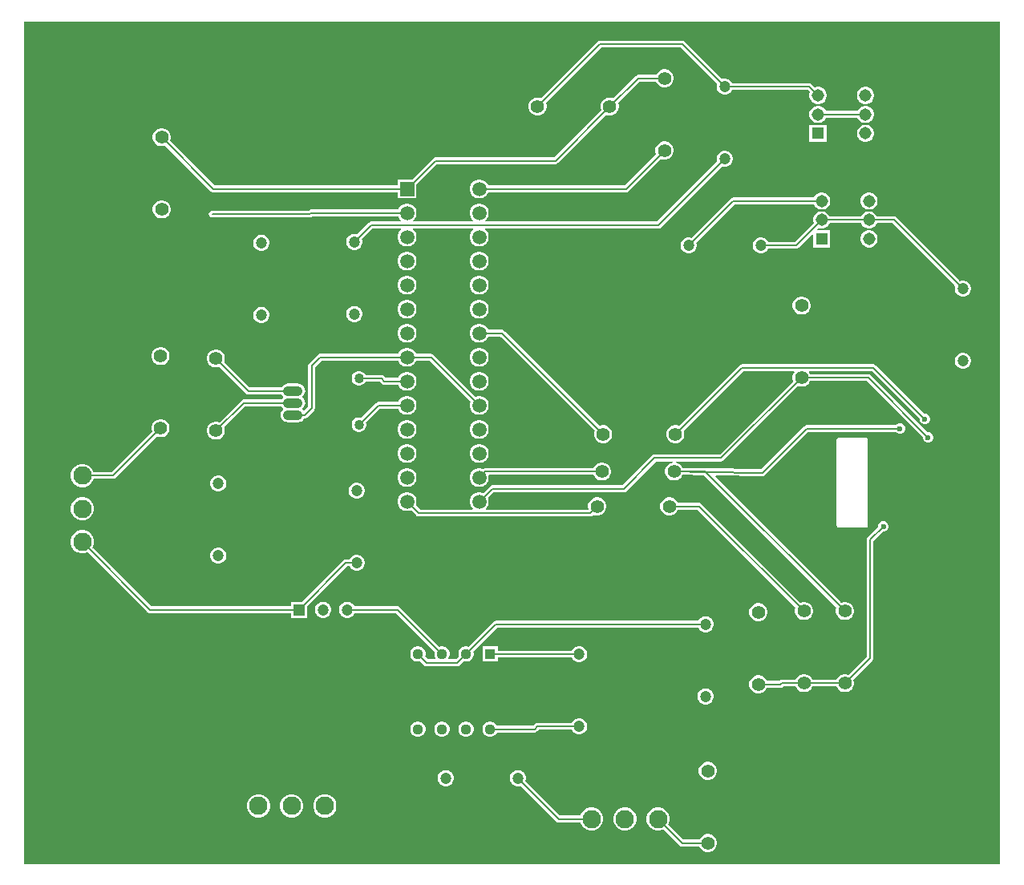
<source format=gbl>
G04*
G04 #@! TF.GenerationSoftware,Altium Limited,Altium Designer,22.1.2 (22)*
G04*
G04 Layer_Physical_Order=2*
G04 Layer_Color=16711680*
%FSLAX43Y43*%
%MOMM*%
G71*
G04*
G04 #@! TF.SameCoordinates,3CF973F3-9CBB-499E-A860-84B5D62188FF*
G04*
G04*
G04 #@! TF.FilePolarity,Positive*
G04*
G01*
G75*
%ADD10C,0.200*%
%ADD40R,1.130X1.130*%
%ADD41C,1.130*%
%ADD42R,1.200X1.200*%
%ADD43C,1.200*%
%ADD44C,1.950*%
%ADD45C,1.400*%
%ADD46C,1.030*%
%ADD47R,1.499X1.499*%
%ADD48C,1.499*%
%ADD49O,2.080X1.040*%
%ADD50C,1.308*%
%ADD51R,1.308X1.308*%
%ADD52C,0.600*%
G36*
X103000Y0D02*
X0D01*
Y89000D01*
X103000D01*
Y0D01*
D02*
G37*
%LPC*%
G36*
X67712Y83932D02*
X67462D01*
X67220Y83867D01*
X67004Y83742D01*
X66827Y83565D01*
X66702Y83349D01*
X66699Y83339D01*
X64792D01*
X64655Y83312D01*
X64540Y83234D01*
X62186Y80880D01*
X62177Y80885D01*
X61935Y80950D01*
X61685D01*
X61443Y80885D01*
X61227Y80760D01*
X61050Y80583D01*
X60925Y80367D01*
X60860Y80125D01*
Y79875D01*
X60925Y79633D01*
X60930Y79624D01*
X55932Y74627D01*
X43381D01*
X43244Y74599D01*
X43128Y74522D01*
X40904Y72297D01*
X39410D01*
Y71655D01*
X20110D01*
X15381Y76383D01*
X15386Y76392D01*
X15451Y76634D01*
Y76884D01*
X15386Y77126D01*
X15261Y77342D01*
X15084Y77519D01*
X14868Y77644D01*
X14626Y77709D01*
X14376D01*
X14134Y77644D01*
X13918Y77519D01*
X13741Y77342D01*
X13616Y77126D01*
X13551Y76884D01*
Y76634D01*
X13616Y76392D01*
X13741Y76176D01*
X13918Y75999D01*
X14134Y75874D01*
X14376Y75809D01*
X14626D01*
X14868Y75874D01*
X14877Y75879D01*
X19710Y71046D01*
X19825Y70968D01*
X19962Y70941D01*
X39410D01*
Y70299D01*
X41408D01*
Y71793D01*
X43529Y73913D01*
X56080D01*
X56216Y73940D01*
X56332Y74017D01*
X61435Y79120D01*
X61443Y79115D01*
X61685Y79050D01*
X61935D01*
X62177Y79115D01*
X62393Y79240D01*
X62570Y79417D01*
X62695Y79633D01*
X62760Y79875D01*
Y80125D01*
X62695Y80367D01*
X62690Y80375D01*
X64940Y82625D01*
X66699D01*
X66702Y82615D01*
X66827Y82399D01*
X67004Y82222D01*
X67220Y82097D01*
X67462Y82032D01*
X67712D01*
X67954Y82097D01*
X68170Y82222D01*
X68347Y82399D01*
X68472Y82615D01*
X68537Y82857D01*
Y83107D01*
X68472Y83349D01*
X68347Y83565D01*
X68170Y83742D01*
X67954Y83867D01*
X67712Y83932D01*
D02*
G37*
G36*
X88915Y82076D02*
X88677D01*
X88447Y82014D01*
X88241Y81895D01*
X88073Y81727D01*
X87954Y81521D01*
X87892Y81291D01*
Y81053D01*
X87954Y80823D01*
X88073Y80617D01*
X88241Y80449D01*
X88447Y80330D01*
X88677Y80268D01*
X88915D01*
X89145Y80330D01*
X89351Y80449D01*
X89519Y80617D01*
X89638Y80823D01*
X89700Y81053D01*
Y81291D01*
X89638Y81521D01*
X89519Y81727D01*
X89351Y81895D01*
X89145Y82014D01*
X88915Y82076D01*
D02*
G37*
G36*
X69441Y86946D02*
X60779D01*
X60642Y86918D01*
X60527Y86841D01*
X54566Y80880D01*
X54557Y80885D01*
X54315Y80950D01*
X54065D01*
X53823Y80885D01*
X53607Y80760D01*
X53430Y80583D01*
X53305Y80367D01*
X53240Y80125D01*
Y79875D01*
X53305Y79633D01*
X53430Y79417D01*
X53607Y79240D01*
X53823Y79115D01*
X54065Y79050D01*
X54315D01*
X54557Y79115D01*
X54773Y79240D01*
X54950Y79417D01*
X55075Y79633D01*
X55140Y79875D01*
Y80125D01*
X55075Y80367D01*
X55070Y80375D01*
X60927Y86232D01*
X69293D01*
X73136Y82389D01*
X73087Y82205D01*
Y81981D01*
X73145Y81765D01*
X73257Y81571D01*
X73415Y81413D01*
X73609Y81301D01*
X73825Y81243D01*
X74049D01*
X74265Y81301D01*
X74459Y81413D01*
X74617Y81571D01*
X74712Y81736D01*
X82727D01*
X82951Y81512D01*
X82892Y81291D01*
Y81053D01*
X82954Y80823D01*
X83073Y80617D01*
X83241Y80449D01*
X83447Y80330D01*
X83677Y80268D01*
X83915D01*
X84145Y80330D01*
X84351Y80449D01*
X84519Y80617D01*
X84638Y80823D01*
X84700Y81053D01*
Y81291D01*
X84638Y81521D01*
X84519Y81727D01*
X84351Y81895D01*
X84145Y82014D01*
X83915Y82076D01*
X83677D01*
X83456Y82017D01*
X83127Y82345D01*
X83012Y82423D01*
X82875Y82450D01*
X74712D01*
X74617Y82615D01*
X74459Y82773D01*
X74265Y82885D01*
X74049Y82943D01*
X73825D01*
X73641Y82894D01*
X69694Y86841D01*
X69578Y86918D01*
X69441Y86946D01*
D02*
G37*
G36*
X88915Y80076D02*
X88677D01*
X88447Y80014D01*
X88241Y79895D01*
X88073Y79727D01*
X87958Y79529D01*
X84634D01*
X84519Y79727D01*
X84351Y79895D01*
X84145Y80014D01*
X83915Y80076D01*
X83677D01*
X83447Y80014D01*
X83241Y79895D01*
X83073Y79727D01*
X82954Y79521D01*
X82892Y79291D01*
Y79053D01*
X82954Y78823D01*
X83073Y78617D01*
X83241Y78449D01*
X83447Y78330D01*
X83677Y78268D01*
X83915D01*
X84145Y78330D01*
X84351Y78449D01*
X84519Y78617D01*
X84634Y78815D01*
X87958D01*
X88073Y78617D01*
X88241Y78449D01*
X88447Y78330D01*
X88677Y78268D01*
X88915D01*
X89145Y78330D01*
X89351Y78449D01*
X89519Y78617D01*
X89638Y78823D01*
X89700Y79053D01*
Y79291D01*
X89638Y79521D01*
X89519Y79727D01*
X89351Y79895D01*
X89145Y80014D01*
X88915Y80076D01*
D02*
G37*
G36*
Y78076D02*
X88677D01*
X88447Y78014D01*
X88241Y77895D01*
X88073Y77727D01*
X87954Y77521D01*
X87892Y77291D01*
Y77053D01*
X87954Y76823D01*
X88073Y76617D01*
X88241Y76449D01*
X88447Y76330D01*
X88677Y76268D01*
X88915D01*
X89145Y76330D01*
X89351Y76449D01*
X89519Y76617D01*
X89638Y76823D01*
X89700Y77053D01*
Y77291D01*
X89638Y77521D01*
X89519Y77727D01*
X89351Y77895D01*
X89145Y78014D01*
X88915Y78076D01*
D02*
G37*
G36*
X84700D02*
X82892D01*
Y76268D01*
X84700D01*
Y78076D01*
D02*
G37*
G36*
X67712Y76312D02*
X67462D01*
X67220Y76247D01*
X67004Y76122D01*
X66827Y75945D01*
X66702Y75729D01*
X66637Y75487D01*
Y75237D01*
X66702Y74995D01*
X66707Y74987D01*
X63375Y71655D01*
X48968D01*
X48960Y71684D01*
X48829Y71912D01*
X48643Y72098D01*
X48415Y72229D01*
X48161Y72297D01*
X47897D01*
X47643Y72229D01*
X47415Y72098D01*
X47229Y71912D01*
X47098Y71684D01*
X47030Y71430D01*
Y71166D01*
X47098Y70912D01*
X47229Y70684D01*
X47415Y70498D01*
X47643Y70367D01*
X47897Y70299D01*
X48161D01*
X48415Y70367D01*
X48643Y70498D01*
X48829Y70684D01*
X48960Y70912D01*
X48968Y70941D01*
X63523D01*
X63660Y70968D01*
X63775Y71046D01*
X67212Y74482D01*
X67220Y74477D01*
X67462Y74412D01*
X67712D01*
X67954Y74477D01*
X68170Y74602D01*
X68347Y74779D01*
X68472Y74995D01*
X68537Y75237D01*
Y75487D01*
X68472Y75729D01*
X68347Y75945D01*
X68170Y76122D01*
X67954Y76247D01*
X67712Y76312D01*
D02*
G37*
G36*
X74049Y75323D02*
X73825D01*
X73609Y75265D01*
X73415Y75153D01*
X73257Y74995D01*
X73145Y74801D01*
X73087Y74585D01*
Y74361D01*
X73136Y74177D01*
X66804Y67845D01*
X48675D01*
X48656Y67972D01*
X48829Y68144D01*
X48960Y68372D01*
X49028Y68626D01*
Y68890D01*
X48960Y69144D01*
X48829Y69372D01*
X48643Y69558D01*
X48415Y69689D01*
X48161Y69757D01*
X47897D01*
X47643Y69689D01*
X47415Y69558D01*
X47229Y69372D01*
X47098Y69144D01*
X47030Y68890D01*
Y68626D01*
X47098Y68372D01*
X47229Y68144D01*
X47402Y67972D01*
X47383Y67845D01*
X41055D01*
X41036Y67972D01*
X41209Y68144D01*
X41340Y68372D01*
X41408Y68626D01*
Y68890D01*
X41340Y69144D01*
X41209Y69372D01*
X41023Y69558D01*
X40795Y69689D01*
X40541Y69757D01*
X40277D01*
X40023Y69689D01*
X39795Y69558D01*
X39609Y69372D01*
X39478Y69144D01*
X39470Y69115D01*
X30249D01*
X30112Y69088D01*
X29997Y69010D01*
X29974Y68988D01*
X19835D01*
X19698Y68961D01*
X19583Y68883D01*
X19505Y68768D01*
X19478Y68631D01*
X19505Y68494D01*
X19583Y68379D01*
X19698Y68301D01*
X19835Y68274D01*
X30122D01*
X30259Y68301D01*
X30374Y68379D01*
X30397Y68401D01*
X39470D01*
X39478Y68372D01*
X39609Y68144D01*
X39782Y67972D01*
X39763Y67845D01*
X36599D01*
X36462Y67818D01*
X36347Y67740D01*
X35117Y66511D01*
X34933Y66560D01*
X34709D01*
X34493Y66502D01*
X34299Y66390D01*
X34141Y66232D01*
X34029Y66038D01*
X33971Y65822D01*
Y65598D01*
X34029Y65382D01*
X34141Y65188D01*
X34299Y65030D01*
X34493Y64918D01*
X34709Y64860D01*
X34933D01*
X35149Y64918D01*
X35343Y65030D01*
X35501Y65188D01*
X35613Y65382D01*
X35671Y65598D01*
Y65822D01*
X35622Y66006D01*
X36747Y67131D01*
X39763D01*
X39782Y67004D01*
X39609Y66832D01*
X39478Y66604D01*
X39410Y66350D01*
Y66086D01*
X39478Y65832D01*
X39609Y65604D01*
X39795Y65418D01*
X40023Y65287D01*
X40277Y65219D01*
X40541D01*
X40795Y65287D01*
X41023Y65418D01*
X41209Y65604D01*
X41340Y65832D01*
X41408Y66086D01*
Y66350D01*
X41340Y66604D01*
X41209Y66832D01*
X41036Y67004D01*
X41055Y67131D01*
X47383D01*
X47402Y67004D01*
X47229Y66832D01*
X47098Y66604D01*
X47030Y66350D01*
Y66086D01*
X47098Y65832D01*
X47229Y65604D01*
X47415Y65418D01*
X47643Y65287D01*
X47897Y65219D01*
X48161D01*
X48415Y65287D01*
X48643Y65418D01*
X48829Y65604D01*
X48960Y65832D01*
X49028Y66086D01*
Y66350D01*
X48960Y66604D01*
X48829Y66832D01*
X48656Y67004D01*
X48675Y67131D01*
X66952D01*
X67089Y67158D01*
X67204Y67236D01*
X73641Y73672D01*
X73825Y73623D01*
X74049D01*
X74265Y73681D01*
X74459Y73793D01*
X74617Y73951D01*
X74729Y74145D01*
X74787Y74361D01*
Y74585D01*
X74729Y74801D01*
X74617Y74995D01*
X74459Y75153D01*
X74265Y75265D01*
X74049Y75323D01*
D02*
G37*
G36*
X89296Y70932D02*
X89058D01*
X88828Y70870D01*
X88622Y70751D01*
X88454Y70583D01*
X88335Y70377D01*
X88273Y70147D01*
Y69909D01*
X88335Y69679D01*
X88454Y69473D01*
X88622Y69305D01*
X88828Y69186D01*
X89058Y69124D01*
X89296D01*
X89526Y69186D01*
X89732Y69305D01*
X89900Y69473D01*
X90019Y69679D01*
X90081Y69909D01*
Y70147D01*
X90019Y70377D01*
X89900Y70583D01*
X89732Y70751D01*
X89526Y70870D01*
X89296Y70932D01*
D02*
G37*
G36*
X84296D02*
X84058D01*
X83828Y70870D01*
X83622Y70751D01*
X83454Y70583D01*
X83339Y70385D01*
X74826D01*
X74689Y70358D01*
X74574Y70280D01*
X70423Y66130D01*
X70239Y66179D01*
X70015D01*
X69799Y66121D01*
X69605Y66009D01*
X69447Y65851D01*
X69335Y65657D01*
X69277Y65441D01*
Y65217D01*
X69335Y65001D01*
X69447Y64807D01*
X69605Y64649D01*
X69799Y64537D01*
X70015Y64479D01*
X70239D01*
X70455Y64537D01*
X70649Y64649D01*
X70807Y64807D01*
X70919Y65001D01*
X70977Y65217D01*
Y65441D01*
X70928Y65625D01*
X74974Y69671D01*
X83339D01*
X83454Y69473D01*
X83622Y69305D01*
X83828Y69186D01*
X84058Y69124D01*
X84296D01*
X84526Y69186D01*
X84732Y69305D01*
X84900Y69473D01*
X85019Y69679D01*
X85081Y69909D01*
Y70147D01*
X85019Y70377D01*
X84900Y70583D01*
X84732Y70751D01*
X84526Y70870D01*
X84296Y70932D01*
D02*
G37*
G36*
X89296Y68932D02*
X89058D01*
X88828Y68870D01*
X88622Y68751D01*
X88454Y68583D01*
X88339Y68385D01*
X85015D01*
X84900Y68583D01*
X84732Y68751D01*
X84526Y68870D01*
X84296Y68932D01*
X84058D01*
X83828Y68870D01*
X83622Y68751D01*
X83454Y68583D01*
X83335Y68377D01*
X83273Y68147D01*
Y67909D01*
X83332Y67688D01*
X81330Y65686D01*
X78522D01*
X78427Y65851D01*
X78269Y66009D01*
X78075Y66121D01*
X77859Y66179D01*
X77635D01*
X77419Y66121D01*
X77225Y66009D01*
X77067Y65851D01*
X76955Y65657D01*
X76897Y65441D01*
Y65217D01*
X76955Y65001D01*
X77067Y64807D01*
X77225Y64649D01*
X77419Y64537D01*
X77635Y64479D01*
X77859D01*
X78075Y64537D01*
X78269Y64649D01*
X78427Y64807D01*
X78522Y64972D01*
X81478D01*
X81615Y64999D01*
X81730Y65077D01*
X83156Y66502D01*
X83273Y66453D01*
Y65124D01*
X85081D01*
Y66932D01*
X83752D01*
X83703Y67049D01*
X83837Y67183D01*
X84058Y67124D01*
X84296D01*
X84526Y67186D01*
X84732Y67305D01*
X84900Y67473D01*
X85015Y67671D01*
X88339D01*
X88454Y67473D01*
X88622Y67305D01*
X88828Y67186D01*
X89058Y67124D01*
X89296D01*
X89526Y67186D01*
X89732Y67305D01*
X89900Y67473D01*
X90015Y67671D01*
X91664D01*
X98282Y61053D01*
X98233Y60869D01*
Y60645D01*
X98291Y60429D01*
X98403Y60235D01*
X98561Y60077D01*
X98755Y59965D01*
X98971Y59907D01*
X99195D01*
X99411Y59965D01*
X99605Y60077D01*
X99763Y60235D01*
X99875Y60429D01*
X99933Y60645D01*
Y60869D01*
X99875Y61085D01*
X99763Y61279D01*
X99605Y61437D01*
X99411Y61549D01*
X99195Y61607D01*
X98971D01*
X98787Y61558D01*
X92064Y68280D01*
X91949Y68358D01*
X91812Y68385D01*
X90015D01*
X89900Y68583D01*
X89732Y68751D01*
X89526Y68870D01*
X89296Y68932D01*
D02*
G37*
G36*
X14626Y70089D02*
X14376D01*
X14134Y70024D01*
X13918Y69899D01*
X13741Y69722D01*
X13616Y69506D01*
X13551Y69264D01*
Y69014D01*
X13616Y68772D01*
X13741Y68556D01*
X13918Y68379D01*
X14134Y68254D01*
X14376Y68189D01*
X14626D01*
X14868Y68254D01*
X15084Y68379D01*
X15261Y68556D01*
X15386Y68772D01*
X15451Y69014D01*
Y69264D01*
X15386Y69506D01*
X15261Y69722D01*
X15084Y69899D01*
X14868Y70024D01*
X14626Y70089D01*
D02*
G37*
G36*
X89296Y66932D02*
X89058D01*
X88828Y66870D01*
X88622Y66751D01*
X88454Y66583D01*
X88335Y66377D01*
X88273Y66147D01*
Y65909D01*
X88335Y65679D01*
X88454Y65473D01*
X88622Y65305D01*
X88828Y65186D01*
X89058Y65124D01*
X89296D01*
X89526Y65186D01*
X89732Y65305D01*
X89900Y65473D01*
X90019Y65679D01*
X90081Y65909D01*
Y66147D01*
X90019Y66377D01*
X89900Y66583D01*
X89732Y66751D01*
X89526Y66870D01*
X89296Y66932D01*
D02*
G37*
G36*
X25112Y66470D02*
X24888D01*
X24672Y66412D01*
X24478Y66300D01*
X24320Y66142D01*
X24208Y65948D01*
X24150Y65732D01*
Y65508D01*
X24208Y65292D01*
X24320Y65098D01*
X24478Y64940D01*
X24672Y64828D01*
X24888Y64770D01*
X25112D01*
X25328Y64828D01*
X25522Y64940D01*
X25680Y65098D01*
X25792Y65292D01*
X25850Y65508D01*
Y65732D01*
X25792Y65948D01*
X25680Y66142D01*
X25522Y66300D01*
X25328Y66412D01*
X25112Y66470D01*
D02*
G37*
G36*
X48161Y64677D02*
X47897D01*
X47643Y64609D01*
X47415Y64478D01*
X47229Y64292D01*
X47098Y64064D01*
X47030Y63810D01*
Y63546D01*
X47098Y63292D01*
X47229Y63064D01*
X47415Y62878D01*
X47643Y62747D01*
X47897Y62679D01*
X48161D01*
X48415Y62747D01*
X48643Y62878D01*
X48829Y63064D01*
X48960Y63292D01*
X49028Y63546D01*
Y63810D01*
X48960Y64064D01*
X48829Y64292D01*
X48643Y64478D01*
X48415Y64609D01*
X48161Y64677D01*
D02*
G37*
G36*
X40541D02*
X40277D01*
X40023Y64609D01*
X39795Y64478D01*
X39609Y64292D01*
X39478Y64064D01*
X39410Y63810D01*
Y63546D01*
X39478Y63292D01*
X39609Y63064D01*
X39795Y62878D01*
X40023Y62747D01*
X40277Y62679D01*
X40541D01*
X40795Y62747D01*
X41023Y62878D01*
X41209Y63064D01*
X41340Y63292D01*
X41408Y63546D01*
Y63810D01*
X41340Y64064D01*
X41209Y64292D01*
X41023Y64478D01*
X40795Y64609D01*
X40541Y64677D01*
D02*
G37*
G36*
X48161Y62137D02*
X47897D01*
X47643Y62069D01*
X47415Y61938D01*
X47229Y61752D01*
X47098Y61524D01*
X47030Y61270D01*
Y61006D01*
X47098Y60752D01*
X47229Y60524D01*
X47415Y60338D01*
X47643Y60207D01*
X47897Y60139D01*
X48161D01*
X48415Y60207D01*
X48643Y60338D01*
X48829Y60524D01*
X48960Y60752D01*
X49028Y61006D01*
Y61270D01*
X48960Y61524D01*
X48829Y61752D01*
X48643Y61938D01*
X48415Y62069D01*
X48161Y62137D01*
D02*
G37*
G36*
X40541D02*
X40277D01*
X40023Y62069D01*
X39795Y61938D01*
X39609Y61752D01*
X39478Y61524D01*
X39410Y61270D01*
Y61006D01*
X39478Y60752D01*
X39609Y60524D01*
X39795Y60338D01*
X40023Y60207D01*
X40277Y60139D01*
X40541D01*
X40795Y60207D01*
X41023Y60338D01*
X41209Y60524D01*
X41340Y60752D01*
X41408Y61006D01*
Y61270D01*
X41340Y61524D01*
X41209Y61752D01*
X41023Y61938D01*
X40795Y62069D01*
X40541Y62137D01*
D02*
G37*
G36*
X82190Y59929D02*
X81940D01*
X81698Y59864D01*
X81482Y59739D01*
X81305Y59562D01*
X81180Y59346D01*
X81115Y59104D01*
Y58854D01*
X81180Y58612D01*
X81305Y58396D01*
X81482Y58219D01*
X81698Y58094D01*
X81940Y58029D01*
X82190D01*
X82432Y58094D01*
X82648Y58219D01*
X82825Y58396D01*
X82950Y58612D01*
X83015Y58854D01*
Y59104D01*
X82950Y59346D01*
X82825Y59562D01*
X82648Y59739D01*
X82432Y59864D01*
X82190Y59929D01*
D02*
G37*
G36*
X48161Y59597D02*
X47897D01*
X47643Y59529D01*
X47415Y59398D01*
X47229Y59212D01*
X47098Y58984D01*
X47030Y58730D01*
Y58466D01*
X47098Y58212D01*
X47229Y57984D01*
X47415Y57798D01*
X47643Y57667D01*
X47897Y57599D01*
X48161D01*
X48415Y57667D01*
X48643Y57798D01*
X48829Y57984D01*
X48960Y58212D01*
X49028Y58466D01*
Y58730D01*
X48960Y58984D01*
X48829Y59212D01*
X48643Y59398D01*
X48415Y59529D01*
X48161Y59597D01*
D02*
G37*
G36*
X40541D02*
X40277D01*
X40023Y59529D01*
X39795Y59398D01*
X39609Y59212D01*
X39478Y58984D01*
X39410Y58730D01*
Y58466D01*
X39478Y58212D01*
X39609Y57984D01*
X39795Y57798D01*
X40023Y57667D01*
X40277Y57599D01*
X40541D01*
X40795Y57667D01*
X41023Y57798D01*
X41209Y57984D01*
X41340Y58212D01*
X41408Y58466D01*
Y58730D01*
X41340Y58984D01*
X41209Y59212D01*
X41023Y59398D01*
X40795Y59529D01*
X40541Y59597D01*
D02*
G37*
G36*
X34933Y58940D02*
X34709D01*
X34493Y58882D01*
X34299Y58770D01*
X34141Y58612D01*
X34029Y58418D01*
X33971Y58202D01*
Y57978D01*
X34029Y57762D01*
X34141Y57568D01*
X34299Y57410D01*
X34493Y57298D01*
X34709Y57240D01*
X34933D01*
X35149Y57298D01*
X35343Y57410D01*
X35501Y57568D01*
X35613Y57762D01*
X35671Y57978D01*
Y58202D01*
X35613Y58418D01*
X35501Y58612D01*
X35343Y58770D01*
X35149Y58882D01*
X34933Y58940D01*
D02*
G37*
G36*
X25112Y58850D02*
X24888D01*
X24672Y58792D01*
X24478Y58680D01*
X24320Y58522D01*
X24208Y58328D01*
X24150Y58112D01*
Y57888D01*
X24208Y57672D01*
X24320Y57478D01*
X24478Y57320D01*
X24672Y57208D01*
X24888Y57150D01*
X25112D01*
X25328Y57208D01*
X25522Y57320D01*
X25680Y57478D01*
X25792Y57672D01*
X25850Y57888D01*
Y58112D01*
X25792Y58328D01*
X25680Y58522D01*
X25522Y58680D01*
X25328Y58792D01*
X25112Y58850D01*
D02*
G37*
G36*
X40541Y57057D02*
X40277D01*
X40023Y56989D01*
X39795Y56858D01*
X39609Y56672D01*
X39478Y56444D01*
X39410Y56190D01*
Y55926D01*
X39478Y55672D01*
X39609Y55444D01*
X39795Y55258D01*
X40023Y55127D01*
X40277Y55059D01*
X40541D01*
X40795Y55127D01*
X41023Y55258D01*
X41209Y55444D01*
X41340Y55672D01*
X41408Y55926D01*
Y56190D01*
X41340Y56444D01*
X41209Y56672D01*
X41023Y56858D01*
X40795Y56989D01*
X40541Y57057D01*
D02*
G37*
G36*
X14499Y54595D02*
X14249D01*
X14007Y54530D01*
X13791Y54405D01*
X13614Y54228D01*
X13489Y54012D01*
X13424Y53770D01*
Y53520D01*
X13489Y53278D01*
X13614Y53062D01*
X13791Y52885D01*
X14007Y52760D01*
X14249Y52695D01*
X14499D01*
X14741Y52760D01*
X14957Y52885D01*
X15134Y53062D01*
X15259Y53278D01*
X15324Y53520D01*
Y53770D01*
X15259Y54012D01*
X15134Y54228D01*
X14957Y54405D01*
X14741Y54530D01*
X14499Y54595D01*
D02*
G37*
G36*
X48161Y54517D02*
X47897D01*
X47643Y54449D01*
X47415Y54318D01*
X47229Y54132D01*
X47098Y53904D01*
X47030Y53650D01*
Y53386D01*
X47098Y53132D01*
X47229Y52904D01*
X47415Y52718D01*
X47643Y52587D01*
X47897Y52519D01*
X48161D01*
X48415Y52587D01*
X48643Y52718D01*
X48829Y52904D01*
X48960Y53132D01*
X49028Y53386D01*
Y53650D01*
X48960Y53904D01*
X48829Y54132D01*
X48643Y54318D01*
X48415Y54449D01*
X48161Y54517D01*
D02*
G37*
G36*
X99195Y53987D02*
X98971D01*
X98755Y53929D01*
X98561Y53817D01*
X98403Y53659D01*
X98291Y53465D01*
X98233Y53249D01*
Y53025D01*
X98291Y52809D01*
X98403Y52615D01*
X98561Y52457D01*
X98755Y52345D01*
X98971Y52287D01*
X99195D01*
X99411Y52345D01*
X99605Y52457D01*
X99763Y52615D01*
X99875Y52809D01*
X99933Y53025D01*
Y53249D01*
X99875Y53465D01*
X99763Y53659D01*
X99605Y53817D01*
X99411Y53929D01*
X99195Y53987D01*
D02*
G37*
G36*
X48161Y51977D02*
X47897D01*
X47643Y51909D01*
X47415Y51778D01*
X47229Y51592D01*
X47098Y51364D01*
X47030Y51110D01*
Y50846D01*
X47098Y50592D01*
X47229Y50364D01*
X47415Y50178D01*
X47643Y50047D01*
X47897Y49979D01*
X48161D01*
X48415Y50047D01*
X48643Y50178D01*
X48829Y50364D01*
X48960Y50592D01*
X49028Y50846D01*
Y51110D01*
X48960Y51364D01*
X48829Y51592D01*
X48643Y51778D01*
X48415Y51909D01*
X48161Y51977D01*
D02*
G37*
G36*
X35430Y52051D02*
X35228D01*
X35034Y51999D01*
X34859Y51898D01*
X34717Y51756D01*
X34616Y51581D01*
X34564Y51387D01*
Y51185D01*
X34616Y50991D01*
X34717Y50816D01*
X34859Y50674D01*
X35034Y50573D01*
X35228Y50521D01*
X35430D01*
X35624Y50573D01*
X35799Y50674D01*
X35941Y50816D01*
X36006Y50929D01*
X37543D01*
X37747Y50726D01*
X37863Y50648D01*
X37999Y50621D01*
X39470D01*
X39478Y50592D01*
X39609Y50364D01*
X39795Y50178D01*
X40023Y50047D01*
X40277Y49979D01*
X40541D01*
X40795Y50047D01*
X41023Y50178D01*
X41209Y50364D01*
X41340Y50592D01*
X41408Y50846D01*
Y51110D01*
X41340Y51364D01*
X41209Y51592D01*
X41023Y51778D01*
X40795Y51909D01*
X40541Y51977D01*
X40277D01*
X40023Y51909D01*
X39795Y51778D01*
X39609Y51592D01*
X39478Y51364D01*
X39470Y51335D01*
X38147D01*
X37944Y51538D01*
X37828Y51616D01*
X37691Y51643D01*
X36006D01*
X35941Y51756D01*
X35799Y51898D01*
X35624Y51999D01*
X35430Y52051D01*
D02*
G37*
G36*
X40541Y54517D02*
X40277D01*
X40023Y54449D01*
X39795Y54318D01*
X39609Y54132D01*
X39478Y53904D01*
X39470Y53875D01*
X31189D01*
X31052Y53848D01*
X30936Y53770D01*
X30073Y52907D01*
X29996Y52791D01*
X29968Y52654D01*
Y48332D01*
X29566Y47929D01*
X29439Y47938D01*
X29413Y47971D01*
X29384Y47993D01*
Y48120D01*
X29413Y48143D01*
X29537Y48304D01*
X29614Y48491D01*
X29641Y48692D01*
X29614Y48893D01*
X29537Y49080D01*
X29413Y49241D01*
X29384Y49264D01*
Y49390D01*
X29413Y49413D01*
X29537Y49574D01*
X29614Y49761D01*
X29641Y49962D01*
X29614Y50163D01*
X29537Y50350D01*
X29413Y50511D01*
X29252Y50635D01*
X29065Y50712D01*
X28864Y50739D01*
X27824D01*
X27623Y50712D01*
X27436Y50635D01*
X27275Y50511D01*
X27151Y50350D01*
X27138Y50319D01*
X23793D01*
X21096Y53015D01*
X21101Y53024D01*
X21166Y53266D01*
Y53516D01*
X21101Y53758D01*
X20976Y53974D01*
X20799Y54151D01*
X20583Y54276D01*
X20341Y54341D01*
X20091D01*
X19849Y54276D01*
X19633Y54151D01*
X19456Y53974D01*
X19331Y53758D01*
X19266Y53516D01*
Y53266D01*
X19331Y53024D01*
X19456Y52808D01*
X19633Y52631D01*
X19849Y52506D01*
X20091Y52441D01*
X20341D01*
X20583Y52506D01*
X20591Y52511D01*
X23393Y49710D01*
X23508Y49632D01*
X23645Y49605D01*
X27138D01*
X27151Y49574D01*
X27275Y49413D01*
X27304Y49390D01*
Y49264D01*
X27275Y49241D01*
X27151Y49080D01*
X27138Y49049D01*
X23137D01*
X23000Y49022D01*
X22885Y48944D01*
X20591Y46651D01*
X20583Y46656D01*
X20341Y46721D01*
X20091D01*
X19849Y46656D01*
X19633Y46531D01*
X19456Y46354D01*
X19331Y46138D01*
X19266Y45896D01*
Y45646D01*
X19331Y45404D01*
X19456Y45188D01*
X19633Y45011D01*
X19849Y44886D01*
X20091Y44821D01*
X20341D01*
X20583Y44886D01*
X20799Y45011D01*
X20976Y45188D01*
X21101Y45404D01*
X21166Y45646D01*
Y45896D01*
X21101Y46138D01*
X21096Y46146D01*
X23285Y48335D01*
X27138D01*
X27151Y48304D01*
X27275Y48143D01*
X27304Y48120D01*
Y47993D01*
X27275Y47971D01*
X27151Y47810D01*
X27074Y47623D01*
X27047Y47422D01*
X27074Y47221D01*
X27151Y47034D01*
X27275Y46873D01*
X27436Y46749D01*
X27623Y46672D01*
X27824Y46645D01*
X28864D01*
X29065Y46672D01*
X29252Y46749D01*
X29413Y46873D01*
X29537Y47034D01*
X29550Y47065D01*
X29563D01*
X29700Y47092D01*
X29816Y47170D01*
X30578Y47932D01*
X30655Y48047D01*
X30682Y48184D01*
Y52507D01*
X31337Y53161D01*
X39470D01*
X39478Y53132D01*
X39609Y52904D01*
X39795Y52718D01*
X40023Y52587D01*
X40277Y52519D01*
X40541D01*
X40795Y52587D01*
X41023Y52718D01*
X41209Y52904D01*
X41340Y53132D01*
X41348Y53161D01*
X42801D01*
X47113Y48850D01*
X47098Y48824D01*
X47030Y48570D01*
Y48306D01*
X47098Y48052D01*
X47229Y47824D01*
X47415Y47638D01*
X47643Y47507D01*
X47897Y47439D01*
X48161D01*
X48415Y47507D01*
X48643Y47638D01*
X48829Y47824D01*
X48960Y48052D01*
X49028Y48306D01*
Y48570D01*
X48960Y48824D01*
X48829Y49052D01*
X48643Y49238D01*
X48415Y49369D01*
X48161Y49437D01*
X47897D01*
X47643Y49369D01*
X47617Y49354D01*
X43201Y53770D01*
X43086Y53848D01*
X42949Y53875D01*
X41348D01*
X41340Y53904D01*
X41209Y54132D01*
X41023Y54318D01*
X40795Y54449D01*
X40541Y54517D01*
D02*
G37*
G36*
Y49437D02*
X40277D01*
X40023Y49369D01*
X39795Y49238D01*
X39609Y49052D01*
X39478Y48824D01*
X39470Y48795D01*
X37361D01*
X37224Y48768D01*
X37109Y48690D01*
X35556Y47137D01*
X35430Y47171D01*
X35228D01*
X35034Y47119D01*
X34859Y47018D01*
X34717Y46876D01*
X34616Y46701D01*
X34564Y46507D01*
Y46305D01*
X34616Y46111D01*
X34717Y45936D01*
X34859Y45794D01*
X35034Y45693D01*
X35228Y45641D01*
X35430D01*
X35624Y45693D01*
X35799Y45794D01*
X35941Y45936D01*
X36042Y46111D01*
X36094Y46305D01*
Y46507D01*
X36060Y46633D01*
X37509Y48081D01*
X39470D01*
X39478Y48052D01*
X39609Y47824D01*
X39795Y47638D01*
X40023Y47507D01*
X40277Y47439D01*
X40541D01*
X40795Y47507D01*
X41023Y47638D01*
X41209Y47824D01*
X41340Y48052D01*
X41408Y48306D01*
Y48570D01*
X41340Y48824D01*
X41209Y49052D01*
X41023Y49238D01*
X40795Y49369D01*
X40541Y49437D01*
D02*
G37*
G36*
X89634Y52783D02*
X75766D01*
X75629Y52755D01*
X75513Y52678D01*
X69105Y46270D01*
X69097Y46275D01*
X68855Y46340D01*
X68605D01*
X68363Y46275D01*
X68147Y46150D01*
X67970Y45973D01*
X67845Y45757D01*
X67780Y45515D01*
Y45265D01*
X67845Y45023D01*
X67970Y44807D01*
X68147Y44630D01*
X68363Y44505D01*
X68605Y44440D01*
X68855D01*
X69097Y44505D01*
X69313Y44630D01*
X69490Y44807D01*
X69615Y45023D01*
X69680Y45265D01*
Y45515D01*
X69615Y45757D01*
X69610Y45765D01*
X75914Y52069D01*
X81266D01*
X81314Y51952D01*
X81305Y51942D01*
X81180Y51726D01*
X81115Y51484D01*
Y51234D01*
X81180Y50992D01*
X81185Y50984D01*
X73434Y43232D01*
X66546D01*
X66409Y43205D01*
X66293Y43128D01*
X63147Y39981D01*
X49375D01*
X49239Y39954D01*
X49123Y39877D01*
X48441Y39194D01*
X48415Y39209D01*
X48161Y39277D01*
X47897D01*
X47643Y39209D01*
X47415Y39078D01*
X47229Y38892D01*
X47098Y38664D01*
X47030Y38410D01*
Y38146D01*
X47098Y37892D01*
X47229Y37664D01*
X47351Y37543D01*
X47299Y37416D01*
X41776D01*
X41325Y37866D01*
X41340Y37892D01*
X41408Y38146D01*
Y38410D01*
X41340Y38664D01*
X41209Y38892D01*
X41023Y39078D01*
X40795Y39209D01*
X40541Y39277D01*
X40277D01*
X40023Y39209D01*
X39795Y39078D01*
X39609Y38892D01*
X39478Y38664D01*
X39410Y38410D01*
Y38146D01*
X39478Y37892D01*
X39609Y37664D01*
X39795Y37478D01*
X40023Y37347D01*
X40277Y37279D01*
X40541D01*
X40795Y37347D01*
X40821Y37362D01*
X41376Y36806D01*
X41492Y36729D01*
X41628Y36702D01*
X59764D01*
X59900Y36729D01*
X60016Y36806D01*
X60099Y36890D01*
X60108Y36885D01*
X60350Y36820D01*
X60600D01*
X60842Y36885D01*
X61058Y37010D01*
X61235Y37187D01*
X61360Y37403D01*
X61425Y37645D01*
Y37895D01*
X61360Y38137D01*
X61235Y38353D01*
X61058Y38530D01*
X60842Y38655D01*
X60600Y38720D01*
X60350D01*
X60108Y38655D01*
X59892Y38530D01*
X59715Y38353D01*
X59590Y38137D01*
X59525Y37895D01*
Y37645D01*
X59559Y37516D01*
X59482Y37416D01*
X48759D01*
X48707Y37543D01*
X48829Y37664D01*
X48960Y37892D01*
X49028Y38146D01*
Y38410D01*
X48960Y38664D01*
X48945Y38690D01*
X49523Y39267D01*
X63294D01*
X63431Y39295D01*
X63547Y39372D01*
X66693Y42519D01*
X68418D01*
X68435Y42392D01*
X68236Y42338D01*
X68020Y42213D01*
X67843Y42036D01*
X67718Y41820D01*
X67653Y41578D01*
Y41328D01*
X67718Y41086D01*
X67843Y40870D01*
X68020Y40693D01*
X68236Y40568D01*
X68478Y40503D01*
X68728D01*
X68970Y40568D01*
X69186Y40693D01*
X69363Y40870D01*
X69487Y41084D01*
X71801Y41053D01*
X85757Y27097D01*
X85752Y27088D01*
X85687Y26846D01*
Y26596D01*
X85752Y26354D01*
X85877Y26138D01*
X86054Y25961D01*
X86270Y25836D01*
X86512Y25771D01*
X86762D01*
X87004Y25836D01*
X87220Y25961D01*
X87397Y26138D01*
X87522Y26354D01*
X87587Y26596D01*
Y26846D01*
X87522Y27088D01*
X87397Y27304D01*
X87220Y27481D01*
X87004Y27606D01*
X86762Y27671D01*
X86512D01*
X86270Y27606D01*
X86261Y27601D01*
X72943Y40919D01*
X72993Y41036D01*
X77920Y40969D01*
X77922Y40970D01*
X77925Y40969D01*
X77991Y40982D01*
X78057Y40994D01*
X78059Y40996D01*
X78061Y40996D01*
X78117Y41034D01*
X78174Y41070D01*
X78175Y41072D01*
X78177Y41074D01*
X82721Y45617D01*
X92033D01*
X92142Y45508D01*
X92344Y45424D01*
X92563D01*
X92765Y45508D01*
X92920Y45663D01*
X93004Y45865D01*
Y46084D01*
X92920Y46286D01*
X92765Y46440D01*
X92563Y46524D01*
X92344D01*
X92142Y46440D01*
X92033Y46331D01*
X82573D01*
X82436Y46304D01*
X82321Y46227D01*
X77779Y41685D01*
X72072Y41763D01*
X72042Y41783D01*
X71905Y41810D01*
X69491D01*
X69488Y41820D01*
X69363Y42036D01*
X69186Y42213D01*
X68970Y42338D01*
X68771Y42392D01*
X68788Y42519D01*
X73581D01*
X73718Y42546D01*
X73834Y42623D01*
X81689Y50479D01*
X81698Y50474D01*
X81940Y50409D01*
X82190D01*
X82432Y50474D01*
X82648Y50599D01*
X82825Y50776D01*
X82950Y50992D01*
X82953Y51002D01*
X88953D01*
X94875Y45080D01*
Y44925D01*
X94959Y44723D01*
X95114Y44568D01*
X95316Y44484D01*
X95535D01*
X95737Y44568D01*
X95892Y44723D01*
X95975Y44925D01*
Y45144D01*
X95892Y45346D01*
X95737Y45501D01*
X95535Y45584D01*
X95380D01*
X89353Y51611D01*
X89237Y51689D01*
X89101Y51716D01*
X82953D01*
X82950Y51726D01*
X82825Y51942D01*
X82816Y51952D01*
X82864Y52069D01*
X89486D01*
X94533Y47023D01*
Y46868D01*
X94616Y46666D01*
X94771Y46511D01*
X94973Y46428D01*
X95192D01*
X95394Y46511D01*
X95549Y46666D01*
X95632Y46868D01*
Y47087D01*
X95549Y47289D01*
X95394Y47444D01*
X95192Y47528D01*
X95037D01*
X89887Y52678D01*
X89771Y52755D01*
X89634Y52783D01*
D02*
G37*
G36*
X14499Y46975D02*
X14249D01*
X14007Y46910D01*
X13791Y46785D01*
X13614Y46608D01*
X13489Y46392D01*
X13424Y46150D01*
Y45900D01*
X13489Y45658D01*
X13494Y45650D01*
X9217Y41373D01*
X7292D01*
X7261Y41489D01*
X7099Y41768D01*
X6871Y41996D01*
X6592Y42158D01*
X6280Y42241D01*
X5958D01*
X5646Y42158D01*
X5367Y41996D01*
X5139Y41768D01*
X4977Y41489D01*
X4894Y41177D01*
Y40855D01*
X4977Y40543D01*
X5139Y40264D01*
X5367Y40036D01*
X5646Y39875D01*
X5958Y39791D01*
X6280D01*
X6592Y39875D01*
X6871Y40036D01*
X7099Y40264D01*
X7261Y40543D01*
X7292Y40659D01*
X9365D01*
X9502Y40686D01*
X9617Y40764D01*
X13998Y45145D01*
X14007Y45140D01*
X14249Y45075D01*
X14499D01*
X14741Y45140D01*
X14957Y45265D01*
X15134Y45442D01*
X15259Y45658D01*
X15324Y45900D01*
Y46150D01*
X15259Y46392D01*
X15134Y46608D01*
X14957Y46785D01*
X14741Y46910D01*
X14499Y46975D01*
D02*
G37*
G36*
X48161Y46897D02*
X47897D01*
X47643Y46829D01*
X47415Y46698D01*
X47229Y46512D01*
X47098Y46284D01*
X47030Y46030D01*
Y45766D01*
X47098Y45512D01*
X47229Y45284D01*
X47415Y45098D01*
X47643Y44967D01*
X47897Y44899D01*
X48161D01*
X48415Y44967D01*
X48643Y45098D01*
X48829Y45284D01*
X48960Y45512D01*
X49028Y45766D01*
Y46030D01*
X48960Y46284D01*
X48829Y46512D01*
X48643Y46698D01*
X48415Y46829D01*
X48161Y46897D01*
D02*
G37*
G36*
X40541D02*
X40277D01*
X40023Y46829D01*
X39795Y46698D01*
X39609Y46512D01*
X39478Y46284D01*
X39410Y46030D01*
Y45766D01*
X39478Y45512D01*
X39609Y45284D01*
X39795Y45098D01*
X40023Y44967D01*
X40277Y44899D01*
X40541D01*
X40795Y44967D01*
X41023Y45098D01*
X41209Y45284D01*
X41340Y45512D01*
X41408Y45766D01*
Y46030D01*
X41340Y46284D01*
X41209Y46512D01*
X41023Y46698D01*
X40795Y46829D01*
X40541Y46897D01*
D02*
G37*
G36*
X48161Y57057D02*
X47897D01*
X47643Y56989D01*
X47415Y56858D01*
X47229Y56672D01*
X47098Y56444D01*
X47030Y56190D01*
Y55926D01*
X47098Y55672D01*
X47229Y55444D01*
X47415Y55258D01*
X47643Y55127D01*
X47897Y55059D01*
X48161D01*
X48415Y55127D01*
X48643Y55258D01*
X48829Y55444D01*
X48960Y55672D01*
X48968Y55701D01*
X50294D01*
X60230Y45765D01*
X60225Y45757D01*
X60160Y45515D01*
Y45265D01*
X60225Y45023D01*
X60350Y44807D01*
X60527Y44630D01*
X60743Y44505D01*
X60985Y44440D01*
X61235D01*
X61477Y44505D01*
X61693Y44630D01*
X61870Y44807D01*
X61995Y45023D01*
X62060Y45265D01*
Y45515D01*
X61995Y45757D01*
X61870Y45973D01*
X61693Y46150D01*
X61477Y46275D01*
X61235Y46340D01*
X60985D01*
X60743Y46275D01*
X60735Y46270D01*
X50694Y56310D01*
X50579Y56388D01*
X50442Y56415D01*
X48968D01*
X48960Y56444D01*
X48829Y56672D01*
X48643Y56858D01*
X48415Y56989D01*
X48161Y57057D01*
D02*
G37*
G36*
Y44357D02*
X47897D01*
X47643Y44289D01*
X47415Y44158D01*
X47229Y43972D01*
X47098Y43744D01*
X47030Y43490D01*
Y43226D01*
X47098Y42972D01*
X47229Y42744D01*
X47415Y42558D01*
X47643Y42427D01*
X47897Y42359D01*
X48161D01*
X48415Y42427D01*
X48643Y42558D01*
X48829Y42744D01*
X48960Y42972D01*
X49028Y43226D01*
Y43490D01*
X48960Y43744D01*
X48829Y43972D01*
X48643Y44158D01*
X48415Y44289D01*
X48161Y44357D01*
D02*
G37*
G36*
X40541D02*
X40277D01*
X40023Y44289D01*
X39795Y44158D01*
X39609Y43972D01*
X39478Y43744D01*
X39410Y43490D01*
Y43226D01*
X39478Y42972D01*
X39609Y42744D01*
X39795Y42558D01*
X40023Y42427D01*
X40277Y42359D01*
X40541D01*
X40795Y42427D01*
X41023Y42558D01*
X41209Y42744D01*
X41340Y42972D01*
X41408Y43226D01*
Y43490D01*
X41340Y43744D01*
X41209Y43972D01*
X41023Y44158D01*
X40795Y44289D01*
X40541Y44357D01*
D02*
G37*
G36*
X61108Y42403D02*
X60858D01*
X60616Y42338D01*
X60400Y42213D01*
X60223Y42036D01*
X60098Y41820D01*
X60095Y41810D01*
X48664D01*
X48527Y41783D01*
X48448Y41730D01*
X48415Y41749D01*
X48161Y41817D01*
X47897D01*
X47643Y41749D01*
X47415Y41618D01*
X47229Y41432D01*
X47098Y41204D01*
X47030Y40950D01*
Y40686D01*
X47098Y40432D01*
X47229Y40204D01*
X47415Y40018D01*
X47643Y39887D01*
X47897Y39819D01*
X48161D01*
X48415Y39887D01*
X48643Y40018D01*
X48829Y40204D01*
X48960Y40432D01*
X49028Y40686D01*
Y40950D01*
X49016Y40995D01*
X49093Y41096D01*
X60095D01*
X60098Y41086D01*
X60223Y40870D01*
X60400Y40693D01*
X60616Y40568D01*
X60858Y40503D01*
X61108D01*
X61350Y40568D01*
X61566Y40693D01*
X61743Y40870D01*
X61868Y41086D01*
X61933Y41328D01*
Y41578D01*
X61868Y41820D01*
X61743Y42036D01*
X61566Y42213D01*
X61350Y42338D01*
X61108Y42403D01*
D02*
G37*
G36*
X40541Y41817D02*
X40277D01*
X40023Y41749D01*
X39795Y41618D01*
X39609Y41432D01*
X39478Y41204D01*
X39410Y40950D01*
Y40686D01*
X39478Y40432D01*
X39609Y40204D01*
X39795Y40018D01*
X40023Y39887D01*
X40277Y39819D01*
X40541D01*
X40795Y39887D01*
X41023Y40018D01*
X41209Y40204D01*
X41340Y40432D01*
X41408Y40686D01*
Y40950D01*
X41340Y41204D01*
X41209Y41432D01*
X41023Y41618D01*
X40795Y41749D01*
X40541Y41817D01*
D02*
G37*
G36*
X20582Y41033D02*
X20358D01*
X20142Y40975D01*
X19948Y40863D01*
X19790Y40705D01*
X19678Y40511D01*
X19620Y40295D01*
Y40071D01*
X19678Y39855D01*
X19790Y39661D01*
X19948Y39503D01*
X20142Y39391D01*
X20358Y39333D01*
X20582D01*
X20798Y39391D01*
X20992Y39503D01*
X21150Y39661D01*
X21262Y39855D01*
X21320Y40071D01*
Y40295D01*
X21262Y40511D01*
X21150Y40705D01*
X20992Y40863D01*
X20798Y40975D01*
X20582Y41033D01*
D02*
G37*
G36*
X35187Y40271D02*
X34963D01*
X34747Y40213D01*
X34553Y40101D01*
X34395Y39943D01*
X34283Y39749D01*
X34225Y39533D01*
Y39309D01*
X34283Y39093D01*
X34395Y38899D01*
X34553Y38741D01*
X34747Y38629D01*
X34963Y38571D01*
X35187D01*
X35403Y38629D01*
X35597Y38741D01*
X35755Y38899D01*
X35867Y39093D01*
X35925Y39309D01*
Y39533D01*
X35867Y39749D01*
X35755Y39943D01*
X35597Y40101D01*
X35403Y40213D01*
X35187Y40271D01*
D02*
G37*
G36*
X6280Y38741D02*
X5958D01*
X5646Y38658D01*
X5367Y38496D01*
X5139Y38268D01*
X4977Y37989D01*
X4894Y37677D01*
Y37355D01*
X4977Y37043D01*
X5139Y36764D01*
X5367Y36536D01*
X5646Y36374D01*
X5958Y36291D01*
X6280D01*
X6592Y36374D01*
X6871Y36536D01*
X7099Y36764D01*
X7261Y37043D01*
X7344Y37355D01*
Y37677D01*
X7261Y37989D01*
X7099Y38268D01*
X6871Y38496D01*
X6592Y38658D01*
X6280Y38741D01*
D02*
G37*
G36*
X88816Y45050D02*
X86019D01*
X85921Y45030D01*
X85839Y44975D01*
X85784Y44893D01*
X85764Y44795D01*
Y35790D01*
X85784Y35693D01*
X85839Y35610D01*
X85921Y35555D01*
X86019Y35535D01*
X88816D01*
X88914Y35555D01*
X88996Y35610D01*
X89052Y35693D01*
X89071Y35790D01*
Y44795D01*
X89052Y44893D01*
X88996Y44975D01*
X88914Y45030D01*
X88816Y45050D01*
D02*
G37*
G36*
X20582Y33413D02*
X20358D01*
X20142Y33355D01*
X19948Y33243D01*
X19790Y33085D01*
X19678Y32891D01*
X19620Y32675D01*
Y32451D01*
X19678Y32235D01*
X19790Y32041D01*
X19948Y31883D01*
X20142Y31771D01*
X20358Y31713D01*
X20582D01*
X20798Y31771D01*
X20992Y31883D01*
X21150Y32041D01*
X21262Y32235D01*
X21320Y32451D01*
Y32675D01*
X21262Y32891D01*
X21150Y33085D01*
X20992Y33243D01*
X20798Y33355D01*
X20582Y33413D01*
D02*
G37*
G36*
X6280Y35241D02*
X5958D01*
X5646Y35158D01*
X5367Y34996D01*
X5139Y34768D01*
X4977Y34489D01*
X4894Y34177D01*
Y33855D01*
X4977Y33543D01*
X5139Y33264D01*
X5367Y33036D01*
X5646Y32874D01*
X5958Y32791D01*
X6280D01*
X6592Y32874D01*
X6696Y32935D01*
X13035Y26596D01*
X13150Y26518D01*
X13287Y26491D01*
X28129D01*
Y25998D01*
X29829D01*
Y27193D01*
X34080Y31444D01*
X34300D01*
X34395Y31279D01*
X34553Y31121D01*
X34747Y31009D01*
X34963Y30951D01*
X35187D01*
X35403Y31009D01*
X35597Y31121D01*
X35755Y31279D01*
X35867Y31473D01*
X35925Y31689D01*
Y31913D01*
X35867Y32129D01*
X35755Y32323D01*
X35597Y32481D01*
X35403Y32593D01*
X35187Y32651D01*
X34963D01*
X34747Y32593D01*
X34553Y32481D01*
X34395Y32323D01*
X34300Y32158D01*
X33932D01*
X33795Y32131D01*
X33680Y32053D01*
X29324Y27698D01*
X28129D01*
Y27205D01*
X13435D01*
X7200Y33439D01*
X7261Y33543D01*
X7344Y33855D01*
Y34177D01*
X7261Y34489D01*
X7099Y34768D01*
X6871Y34996D01*
X6592Y35158D01*
X6280Y35241D01*
D02*
G37*
G36*
X31631Y27698D02*
X31407D01*
X31191Y27640D01*
X30997Y27528D01*
X30839Y27370D01*
X30727Y27176D01*
X30669Y26960D01*
Y26736D01*
X30727Y26520D01*
X30839Y26326D01*
X30997Y26168D01*
X31191Y26056D01*
X31407Y25998D01*
X31631D01*
X31847Y26056D01*
X32041Y26168D01*
X32199Y26326D01*
X32311Y26520D01*
X32369Y26736D01*
Y26960D01*
X32311Y27176D01*
X32199Y27370D01*
X32041Y27528D01*
X31847Y27640D01*
X31631Y27698D01*
D02*
G37*
G36*
X68220Y38720D02*
X67970D01*
X67728Y38655D01*
X67512Y38530D01*
X67335Y38353D01*
X67210Y38137D01*
X67145Y37895D01*
Y37645D01*
X67210Y37403D01*
X67335Y37187D01*
X67512Y37010D01*
X67728Y36885D01*
X67970Y36820D01*
X68220D01*
X68462Y36885D01*
X68678Y37010D01*
X68855Y37187D01*
X68980Y37403D01*
X68983Y37413D01*
X71122D01*
X81439Y27097D01*
X81434Y27088D01*
X81369Y26846D01*
Y26596D01*
X81434Y26354D01*
X81559Y26138D01*
X81736Y25961D01*
X81952Y25836D01*
X82194Y25771D01*
X82444D01*
X82686Y25836D01*
X82902Y25961D01*
X83079Y26138D01*
X83204Y26354D01*
X83269Y26596D01*
Y26846D01*
X83204Y27088D01*
X83079Y27304D01*
X82902Y27481D01*
X82686Y27606D01*
X82444Y27671D01*
X82194D01*
X81952Y27606D01*
X81943Y27601D01*
X71522Y38022D01*
X71407Y38100D01*
X71270Y38127D01*
X68983D01*
X68980Y38137D01*
X68855Y38353D01*
X68678Y38530D01*
X68462Y38655D01*
X68220Y38720D01*
D02*
G37*
G36*
X77618Y27544D02*
X77368D01*
X77126Y27479D01*
X76910Y27354D01*
X76733Y27177D01*
X76608Y26961D01*
X76543Y26719D01*
Y26469D01*
X76608Y26227D01*
X76733Y26011D01*
X76910Y25834D01*
X77126Y25709D01*
X77368Y25644D01*
X77618D01*
X77860Y25709D01*
X78076Y25834D01*
X78253Y26011D01*
X78378Y26227D01*
X78443Y26469D01*
Y26719D01*
X78378Y26961D01*
X78253Y27177D01*
X78076Y27354D01*
X77860Y27479D01*
X77618Y27544D01*
D02*
G37*
G36*
X34171Y27698D02*
X33947D01*
X33731Y27640D01*
X33537Y27528D01*
X33379Y27370D01*
X33267Y27176D01*
X33209Y26960D01*
Y26736D01*
X33267Y26520D01*
X33379Y26326D01*
X33537Y26168D01*
X33731Y26056D01*
X33947Y25998D01*
X34171D01*
X34387Y26056D01*
X34581Y26168D01*
X34739Y26326D01*
X34834Y26491D01*
X39278D01*
X43320Y22449D01*
X43277Y22289D01*
Y22075D01*
X43333Y21867D01*
X43404Y21744D01*
X43331Y21617D01*
X42622D01*
X42324Y21915D01*
X42367Y22075D01*
Y22289D01*
X42311Y22497D01*
X42204Y22682D01*
X42052Y22834D01*
X41867Y22941D01*
X41659Y22997D01*
X41445D01*
X41237Y22941D01*
X41052Y22834D01*
X40900Y22682D01*
X40793Y22497D01*
X40737Y22289D01*
Y22075D01*
X40793Y21867D01*
X40900Y21682D01*
X41052Y21530D01*
X41237Y21423D01*
X41445Y21367D01*
X41659D01*
X41819Y21410D01*
X42222Y21008D01*
X42337Y20930D01*
X42474Y20903D01*
X45710D01*
X45847Y20930D01*
X45962Y21008D01*
X46365Y21410D01*
X46525Y21367D01*
X46739D01*
X46947Y21423D01*
X47132Y21530D01*
X47284Y21682D01*
X47391Y21867D01*
X47447Y22075D01*
Y22289D01*
X47404Y22449D01*
X49922Y24967D01*
X71130D01*
X71225Y24802D01*
X71383Y24644D01*
X71577Y24532D01*
X71793Y24474D01*
X72017D01*
X72233Y24532D01*
X72427Y24644D01*
X72585Y24802D01*
X72697Y24996D01*
X72755Y25212D01*
Y25436D01*
X72697Y25652D01*
X72585Y25846D01*
X72427Y26004D01*
X72233Y26116D01*
X72017Y26174D01*
X71793D01*
X71577Y26116D01*
X71383Y26004D01*
X71225Y25846D01*
X71130Y25681D01*
X49774D01*
X49637Y25654D01*
X49522Y25576D01*
X46899Y22954D01*
X46739Y22997D01*
X46525D01*
X46317Y22941D01*
X46132Y22834D01*
X45980Y22682D01*
X45873Y22497D01*
X45817Y22289D01*
Y22075D01*
X45860Y21915D01*
X45562Y21617D01*
X44853D01*
X44780Y21744D01*
X44851Y21867D01*
X44907Y22075D01*
Y22289D01*
X44851Y22497D01*
X44744Y22682D01*
X44592Y22834D01*
X44407Y22941D01*
X44199Y22997D01*
X43985D01*
X43825Y22954D01*
X39678Y27100D01*
X39563Y27178D01*
X39426Y27205D01*
X34834D01*
X34739Y27370D01*
X34581Y27528D01*
X34387Y27640D01*
X34171Y27698D01*
D02*
G37*
G36*
X58682Y22999D02*
X58458D01*
X58242Y22941D01*
X58048Y22829D01*
X57890Y22671D01*
X57795Y22506D01*
X54016D01*
X54008Y22512D01*
X53871Y22539D01*
X49987D01*
Y22997D01*
X48357D01*
Y21367D01*
X49987D01*
Y21825D01*
X53759D01*
X53767Y21819D01*
X53904Y21792D01*
X57795D01*
X57890Y21627D01*
X58048Y21469D01*
X58242Y21357D01*
X58458Y21299D01*
X58682D01*
X58898Y21357D01*
X59092Y21469D01*
X59250Y21627D01*
X59362Y21821D01*
X59420Y22037D01*
Y22261D01*
X59362Y22477D01*
X59250Y22671D01*
X59092Y22829D01*
X58898Y22941D01*
X58682Y22999D01*
D02*
G37*
G36*
X90810Y36186D02*
X90592D01*
X90389Y36103D01*
X90235Y35948D01*
X90151Y35746D01*
Y35591D01*
X89052Y34492D01*
X88974Y34376D01*
X88947Y34239D01*
Y21916D01*
X87012Y19981D01*
X87004Y19986D01*
X86762Y20051D01*
X86512D01*
X86270Y19986D01*
X86054Y19861D01*
X85877Y19684D01*
X85752Y19468D01*
X85749Y19458D01*
X83207D01*
X83204Y19468D01*
X83079Y19684D01*
X82902Y19861D01*
X82686Y19986D01*
X82444Y20051D01*
X82194D01*
X81952Y19986D01*
X81736Y19861D01*
X81559Y19684D01*
X81434Y19468D01*
X81431Y19458D01*
X79957D01*
X79820Y19431D01*
X79704Y19353D01*
X79682Y19331D01*
X78381D01*
X78378Y19341D01*
X78253Y19557D01*
X78076Y19734D01*
X77860Y19859D01*
X77618Y19924D01*
X77368D01*
X77126Y19859D01*
X76910Y19734D01*
X76733Y19557D01*
X76608Y19341D01*
X76543Y19099D01*
Y18849D01*
X76608Y18607D01*
X76733Y18391D01*
X76910Y18214D01*
X77126Y18089D01*
X77368Y18024D01*
X77618D01*
X77860Y18089D01*
X78076Y18214D01*
X78253Y18391D01*
X78378Y18607D01*
X78381Y18617D01*
X79830D01*
X79966Y18644D01*
X80082Y18722D01*
X80105Y18744D01*
X81431D01*
X81434Y18734D01*
X81559Y18518D01*
X81736Y18341D01*
X81952Y18216D01*
X82194Y18151D01*
X82444D01*
X82686Y18216D01*
X82902Y18341D01*
X83079Y18518D01*
X83204Y18734D01*
X83207Y18744D01*
X85749D01*
X85752Y18734D01*
X85877Y18518D01*
X86054Y18341D01*
X86270Y18216D01*
X86512Y18151D01*
X86762D01*
X87004Y18216D01*
X87220Y18341D01*
X87397Y18518D01*
X87522Y18734D01*
X87587Y18976D01*
Y19226D01*
X87522Y19468D01*
X87517Y19476D01*
X89556Y21516D01*
X89634Y21631D01*
X89661Y21768D01*
Y34092D01*
X90656Y35086D01*
X90810D01*
X91013Y35170D01*
X91167Y35325D01*
X91251Y35527D01*
Y35746D01*
X91167Y35948D01*
X91013Y36103D01*
X90810Y36186D01*
D02*
G37*
G36*
X72017Y18554D02*
X71793D01*
X71577Y18496D01*
X71383Y18384D01*
X71225Y18226D01*
X71113Y18032D01*
X71055Y17816D01*
Y17592D01*
X71113Y17376D01*
X71225Y17182D01*
X71383Y17024D01*
X71577Y16912D01*
X71793Y16854D01*
X72017D01*
X72233Y16912D01*
X72427Y17024D01*
X72585Y17182D01*
X72697Y17376D01*
X72755Y17592D01*
Y17816D01*
X72697Y18032D01*
X72585Y18226D01*
X72427Y18384D01*
X72233Y18496D01*
X72017Y18554D01*
D02*
G37*
G36*
X58682Y15379D02*
X58458D01*
X58242Y15321D01*
X58048Y15209D01*
X57890Y15051D01*
X57795Y14886D01*
X54158D01*
X54021Y14859D01*
X53906Y14781D01*
X53723Y14599D01*
X49907D01*
X49824Y14742D01*
X49672Y14894D01*
X49487Y15001D01*
X49279Y15057D01*
X49065D01*
X48857Y15001D01*
X48672Y14894D01*
X48520Y14742D01*
X48413Y14557D01*
X48357Y14349D01*
Y14135D01*
X48413Y13927D01*
X48520Y13742D01*
X48672Y13590D01*
X48857Y13483D01*
X49065Y13427D01*
X49279D01*
X49487Y13483D01*
X49672Y13590D01*
X49824Y13742D01*
X49907Y13885D01*
X53871D01*
X54008Y13912D01*
X54123Y13990D01*
X54306Y14172D01*
X57795D01*
X57890Y14007D01*
X58048Y13849D01*
X58242Y13737D01*
X58458Y13679D01*
X58682D01*
X58898Y13737D01*
X59092Y13849D01*
X59250Y14007D01*
X59362Y14201D01*
X59420Y14417D01*
Y14641D01*
X59362Y14857D01*
X59250Y15051D01*
X59092Y15209D01*
X58898Y15321D01*
X58682Y15379D01*
D02*
G37*
G36*
X46739Y15057D02*
X46525D01*
X46317Y15001D01*
X46132Y14894D01*
X45980Y14742D01*
X45873Y14557D01*
X45817Y14349D01*
Y14135D01*
X45873Y13927D01*
X45980Y13742D01*
X46132Y13590D01*
X46317Y13483D01*
X46525Y13427D01*
X46739D01*
X46947Y13483D01*
X47132Y13590D01*
X47284Y13742D01*
X47391Y13927D01*
X47447Y14135D01*
Y14349D01*
X47391Y14557D01*
X47284Y14742D01*
X47132Y14894D01*
X46947Y15001D01*
X46739Y15057D01*
D02*
G37*
G36*
X44199D02*
X43985D01*
X43777Y15001D01*
X43592Y14894D01*
X43440Y14742D01*
X43333Y14557D01*
X43277Y14349D01*
Y14135D01*
X43333Y13927D01*
X43440Y13742D01*
X43592Y13590D01*
X43777Y13483D01*
X43985Y13427D01*
X44199D01*
X44407Y13483D01*
X44592Y13590D01*
X44744Y13742D01*
X44851Y13927D01*
X44907Y14135D01*
Y14349D01*
X44851Y14557D01*
X44744Y14742D01*
X44592Y14894D01*
X44407Y15001D01*
X44199Y15057D01*
D02*
G37*
G36*
X41659D02*
X41445D01*
X41237Y15001D01*
X41052Y14894D01*
X40900Y14742D01*
X40793Y14557D01*
X40737Y14349D01*
Y14135D01*
X40793Y13927D01*
X40900Y13742D01*
X41052Y13590D01*
X41237Y13483D01*
X41445Y13427D01*
X41659D01*
X41867Y13483D01*
X42052Y13590D01*
X42204Y13742D01*
X42311Y13927D01*
X42367Y14135D01*
Y14349D01*
X42311Y14557D01*
X42204Y14742D01*
X42052Y14894D01*
X41867Y15001D01*
X41659Y15057D01*
D02*
G37*
G36*
X72284Y10780D02*
X72034D01*
X71792Y10715D01*
X71576Y10590D01*
X71399Y10413D01*
X71274Y10197D01*
X71209Y9955D01*
Y9705D01*
X71274Y9463D01*
X71399Y9247D01*
X71576Y9070D01*
X71792Y8945D01*
X72034Y8880D01*
X72284D01*
X72526Y8945D01*
X72742Y9070D01*
X72919Y9247D01*
X73044Y9463D01*
X73109Y9705D01*
Y9955D01*
X73044Y10197D01*
X72919Y10413D01*
X72742Y10590D01*
X72526Y10715D01*
X72284Y10780D01*
D02*
G37*
G36*
X44585Y9918D02*
X44361D01*
X44145Y9860D01*
X43951Y9748D01*
X43793Y9590D01*
X43681Y9396D01*
X43623Y9180D01*
Y8956D01*
X43681Y8740D01*
X43793Y8546D01*
X43951Y8388D01*
X44145Y8276D01*
X44361Y8218D01*
X44585D01*
X44801Y8276D01*
X44995Y8388D01*
X45153Y8546D01*
X45265Y8740D01*
X45323Y8956D01*
Y9180D01*
X45265Y9396D01*
X45153Y9590D01*
X44995Y9748D01*
X44801Y9860D01*
X44585Y9918D01*
D02*
G37*
G36*
X31878Y7372D02*
X31556D01*
X31244Y7289D01*
X30965Y7127D01*
X30737Y6899D01*
X30576Y6620D01*
X30492Y6308D01*
Y5986D01*
X30576Y5674D01*
X30737Y5395D01*
X30965Y5167D01*
X31244Y5005D01*
X31556Y4922D01*
X31878D01*
X32190Y5005D01*
X32469Y5167D01*
X32697Y5395D01*
X32859Y5674D01*
X32942Y5986D01*
Y6308D01*
X32859Y6620D01*
X32697Y6899D01*
X32469Y7127D01*
X32190Y7289D01*
X31878Y7372D01*
D02*
G37*
G36*
X28378D02*
X28056D01*
X27744Y7289D01*
X27465Y7127D01*
X27237Y6899D01*
X27075Y6620D01*
X26992Y6308D01*
Y5986D01*
X27075Y5674D01*
X27237Y5395D01*
X27465Y5167D01*
X27744Y5005D01*
X28056Y4922D01*
X28378D01*
X28690Y5005D01*
X28969Y5167D01*
X29197Y5395D01*
X29359Y5674D01*
X29442Y5986D01*
Y6308D01*
X29359Y6620D01*
X29197Y6899D01*
X28969Y7127D01*
X28690Y7289D01*
X28378Y7372D01*
D02*
G37*
G36*
X24878D02*
X24556D01*
X24244Y7289D01*
X23965Y7127D01*
X23737Y6899D01*
X23575Y6620D01*
X23492Y6308D01*
Y5986D01*
X23575Y5674D01*
X23737Y5395D01*
X23965Y5167D01*
X24244Y5005D01*
X24556Y4922D01*
X24878D01*
X25190Y5005D01*
X25469Y5167D01*
X25697Y5395D01*
X25858Y5674D01*
X25942Y5986D01*
Y6308D01*
X25858Y6620D01*
X25697Y6899D01*
X25469Y7127D01*
X25190Y7289D01*
X24878Y7372D01*
D02*
G37*
G36*
X63557Y5975D02*
X63235D01*
X62923Y5892D01*
X62644Y5730D01*
X62416Y5502D01*
X62254Y5223D01*
X62171Y4911D01*
Y4589D01*
X62254Y4277D01*
X62416Y3998D01*
X62644Y3770D01*
X62923Y3608D01*
X63235Y3525D01*
X63557D01*
X63869Y3608D01*
X64148Y3770D01*
X64376Y3998D01*
X64538Y4277D01*
X64621Y4589D01*
Y4911D01*
X64538Y5223D01*
X64376Y5502D01*
X64148Y5730D01*
X63869Y5892D01*
X63557Y5975D01*
D02*
G37*
G36*
X52205Y9918D02*
X51981D01*
X51765Y9860D01*
X51571Y9748D01*
X51413Y9590D01*
X51301Y9396D01*
X51243Y9180D01*
Y8956D01*
X51301Y8740D01*
X51413Y8546D01*
X51571Y8388D01*
X51765Y8276D01*
X51981Y8218D01*
X52205D01*
X52389Y8267D01*
X56159Y4498D01*
X56274Y4420D01*
X56411Y4393D01*
X58723D01*
X58754Y4277D01*
X58916Y3998D01*
X59144Y3770D01*
X59423Y3608D01*
X59735Y3525D01*
X60057D01*
X60369Y3608D01*
X60648Y3770D01*
X60876Y3998D01*
X61037Y4277D01*
X61121Y4589D01*
Y4911D01*
X61037Y5223D01*
X60876Y5502D01*
X60648Y5730D01*
X60369Y5892D01*
X60057Y5975D01*
X59735D01*
X59423Y5892D01*
X59144Y5730D01*
X58916Y5502D01*
X58754Y5223D01*
X58723Y5107D01*
X56559D01*
X52894Y8772D01*
X52943Y8956D01*
Y9180D01*
X52885Y9396D01*
X52773Y9590D01*
X52615Y9748D01*
X52421Y9860D01*
X52205Y9918D01*
D02*
G37*
G36*
X67057Y5975D02*
X66735D01*
X66423Y5892D01*
X66144Y5730D01*
X65916Y5502D01*
X65755Y5223D01*
X65671Y4911D01*
Y4589D01*
X65755Y4277D01*
X65916Y3998D01*
X66144Y3770D01*
X66423Y3608D01*
X66735Y3525D01*
X67057D01*
X67369Y3608D01*
X67473Y3669D01*
X69184Y1958D01*
X69299Y1880D01*
X69436Y1853D01*
X71271D01*
X71274Y1843D01*
X71399Y1627D01*
X71576Y1450D01*
X71792Y1325D01*
X72034Y1260D01*
X72284D01*
X72526Y1325D01*
X72742Y1450D01*
X72919Y1627D01*
X73044Y1843D01*
X73109Y2085D01*
Y2335D01*
X73044Y2577D01*
X72919Y2793D01*
X72742Y2970D01*
X72526Y3095D01*
X72284Y3160D01*
X72034D01*
X71792Y3095D01*
X71576Y2970D01*
X71399Y2793D01*
X71274Y2577D01*
X71271Y2567D01*
X69584D01*
X67978Y4173D01*
X68038Y4277D01*
X68121Y4589D01*
Y4911D01*
X68038Y5223D01*
X67876Y5502D01*
X67648Y5730D01*
X67369Y5892D01*
X67057Y5975D01*
D02*
G37*
%LPD*%
D10*
X71951Y41407D02*
X77925Y41326D01*
X68603Y41453D02*
X71951Y41407D01*
X86637Y26721D01*
X71905Y41453D02*
X71951Y41407D01*
X64792Y82982D02*
X67587D01*
X61810Y80000D02*
X64792Y82982D01*
X56080Y74270D02*
X61810Y80000D01*
X43381Y74270D02*
X56080D01*
X40409Y71298D02*
X43381Y74270D01*
X86637Y19101D02*
X89304Y21768D01*
Y34239D01*
X90701Y35636D01*
X42949Y53518D02*
X48029Y48438D01*
X40409Y53518D02*
X42949D01*
X46632Y22182D02*
X49774Y25324D01*
X71905D01*
X41552Y22182D02*
X42474Y21260D01*
X45710D01*
X46632Y22182D01*
X6119Y34016D02*
X13287Y26848D01*
X28979D01*
X54158Y14529D02*
X58570D01*
X53871Y14242D02*
X54158Y14529D01*
X49172Y14242D02*
X53871D01*
X53904Y22149D02*
X58570D01*
X53871Y22182D02*
X53904Y22149D01*
X49172Y22182D02*
X53871D01*
X37361Y48438D02*
X40409D01*
X35329Y46406D02*
X37361Y48438D01*
X30249Y68758D02*
X40409D01*
X30122Y68631D02*
X30249Y68758D01*
X19835Y68631D02*
X30122D01*
X73937Y82093D02*
X82875D01*
X83796Y81172D01*
X69441Y86589D02*
X73937Y82093D01*
X60779Y86589D02*
X69441D01*
X54190Y80000D02*
X60779Y86589D01*
X74826Y70028D02*
X84177D01*
X70127Y65329D02*
X74826Y70028D01*
X69436Y2210D02*
X72159D01*
X66896Y4750D02*
X69436Y2210D01*
X40409Y38278D02*
X41628Y37059D01*
X59764D01*
X60475Y37770D01*
X73581Y42875D02*
X82065Y51359D01*
X66546Y42875D02*
X73581D01*
X63294Y39624D02*
X66546Y42875D01*
X49375Y39624D02*
X63294D01*
X48029Y38278D02*
X49375Y39624D01*
X48664Y41453D02*
X60983D01*
X48029Y40818D02*
X48664Y41453D01*
X68730Y45390D02*
X75766Y52426D01*
X89634D01*
X95082Y46978D01*
X68603Y41453D02*
X71905D01*
X82573Y45974D02*
X92454D01*
X77925Y41326D02*
X82573Y45974D01*
X71270Y37770D02*
X82319Y26721D01*
X68095Y37770D02*
X71270D01*
X82065Y51359D02*
X89101D01*
X95425Y45034D01*
X66952Y67488D02*
X73937Y74473D01*
X36599Y67488D02*
X66952D01*
X34821Y65710D02*
X36599Y67488D01*
X48029Y56058D02*
X50442D01*
X61110Y45390D01*
X33932Y31801D02*
X35075D01*
X28979Y26848D02*
X33932Y31801D01*
X89177Y68028D02*
X91812D01*
X99083Y60757D01*
X6119Y41016D02*
X9365D01*
X14374Y46025D01*
X56411Y4750D02*
X59896D01*
X52093Y9068D02*
X56411Y4750D01*
X28344Y47422D02*
X29563D01*
X30325Y48184D01*
Y52654D01*
X31189Y53518D01*
X40409D01*
X34059Y26848D02*
X39426D01*
X44092Y22182D01*
X23645Y49962D02*
X28344D01*
X20216Y53391D02*
X23645Y49962D01*
X81478Y65329D02*
X84177Y68028D01*
X77747Y65329D02*
X81478D01*
X23137Y48692D02*
X28344D01*
X20216Y45771D02*
X23137Y48692D01*
X19962Y71298D02*
X40409D01*
X14501Y76759D02*
X19962Y71298D01*
X48029D02*
X63523D01*
X67587Y75362D01*
X79957Y19101D02*
X82319D01*
X79830Y18974D02*
X79957Y19101D01*
X77493Y18974D02*
X79830D01*
X82319Y19101D02*
X86637D01*
X83796Y79172D02*
X88796D01*
X84177Y68028D02*
X89177D01*
X37999Y50978D02*
X40409D01*
X37691Y51286D02*
X37999Y50978D01*
X35329Y51286D02*
X37691D01*
D40*
X49172Y22182D02*
D03*
D41*
X46632D02*
D03*
X44092D02*
D03*
X41552D02*
D03*
Y14242D02*
D03*
X44092D02*
D03*
X46632D02*
D03*
X49172D02*
D03*
D42*
X28979Y26848D02*
D03*
D43*
X31519D02*
D03*
X34059D02*
D03*
X44473Y9068D02*
D03*
X52093D02*
D03*
X58570Y22149D02*
D03*
Y14529D02*
D03*
X71905Y17704D02*
D03*
Y25324D02*
D03*
X99083Y53137D02*
D03*
Y60757D02*
D03*
X35075Y39421D02*
D03*
Y31801D02*
D03*
X34821Y58090D02*
D03*
Y65710D02*
D03*
X25000Y65620D02*
D03*
Y58000D02*
D03*
X20470Y40183D02*
D03*
Y32563D02*
D03*
X70127Y65329D02*
D03*
X77747D02*
D03*
X73937Y82093D02*
D03*
Y74473D02*
D03*
D44*
X63396Y4750D02*
D03*
X59896D02*
D03*
X66896D02*
D03*
X6119Y37516D02*
D03*
Y34016D02*
D03*
Y41016D02*
D03*
X28217Y6147D02*
D03*
X24717D02*
D03*
X31717D02*
D03*
D45*
X72159Y2210D02*
D03*
Y9830D02*
D03*
X82065Y51359D02*
D03*
Y58979D02*
D03*
X14501Y76759D02*
D03*
Y69139D02*
D03*
X68603Y41453D02*
D03*
X60983D02*
D03*
X14374Y53645D02*
D03*
Y46025D02*
D03*
X68095Y37770D02*
D03*
X60475D02*
D03*
X20216Y45771D02*
D03*
Y53391D02*
D03*
X68730Y45390D02*
D03*
X61110D02*
D03*
X86637Y26721D02*
D03*
Y19101D02*
D03*
X82319Y26721D02*
D03*
Y19101D02*
D03*
X77493Y26594D02*
D03*
Y18974D02*
D03*
X67587Y82982D02*
D03*
Y75362D02*
D03*
X61810Y80000D02*
D03*
X54190D02*
D03*
D46*
X35329Y46406D02*
D03*
Y51286D02*
D03*
D47*
X40409Y71298D02*
D03*
D48*
Y68758D02*
D03*
Y66218D02*
D03*
Y63678D02*
D03*
Y61138D02*
D03*
Y58598D02*
D03*
Y56058D02*
D03*
Y53518D02*
D03*
Y50978D02*
D03*
Y48438D02*
D03*
Y45898D02*
D03*
Y43358D02*
D03*
Y40818D02*
D03*
Y38278D02*
D03*
X48029D02*
D03*
Y40818D02*
D03*
Y43358D02*
D03*
Y45898D02*
D03*
Y48438D02*
D03*
Y50978D02*
D03*
Y53518D02*
D03*
Y56058D02*
D03*
Y58598D02*
D03*
Y61138D02*
D03*
Y63678D02*
D03*
Y66218D02*
D03*
Y68758D02*
D03*
Y71298D02*
D03*
D49*
X28344Y47422D02*
D03*
Y48692D02*
D03*
Y49962D02*
D03*
D50*
X89177Y66028D02*
D03*
Y68028D02*
D03*
Y70028D02*
D03*
X84177Y68028D02*
D03*
Y70028D02*
D03*
X88796Y77172D02*
D03*
Y79172D02*
D03*
Y81172D02*
D03*
X83796Y79172D02*
D03*
Y81172D02*
D03*
D51*
X84177Y66028D02*
D03*
X83796Y77172D02*
D03*
D52*
X90701Y35636D02*
D03*
X95082Y46978D02*
D03*
X92454Y45974D02*
D03*
X95425Y45034D02*
D03*
M02*

</source>
